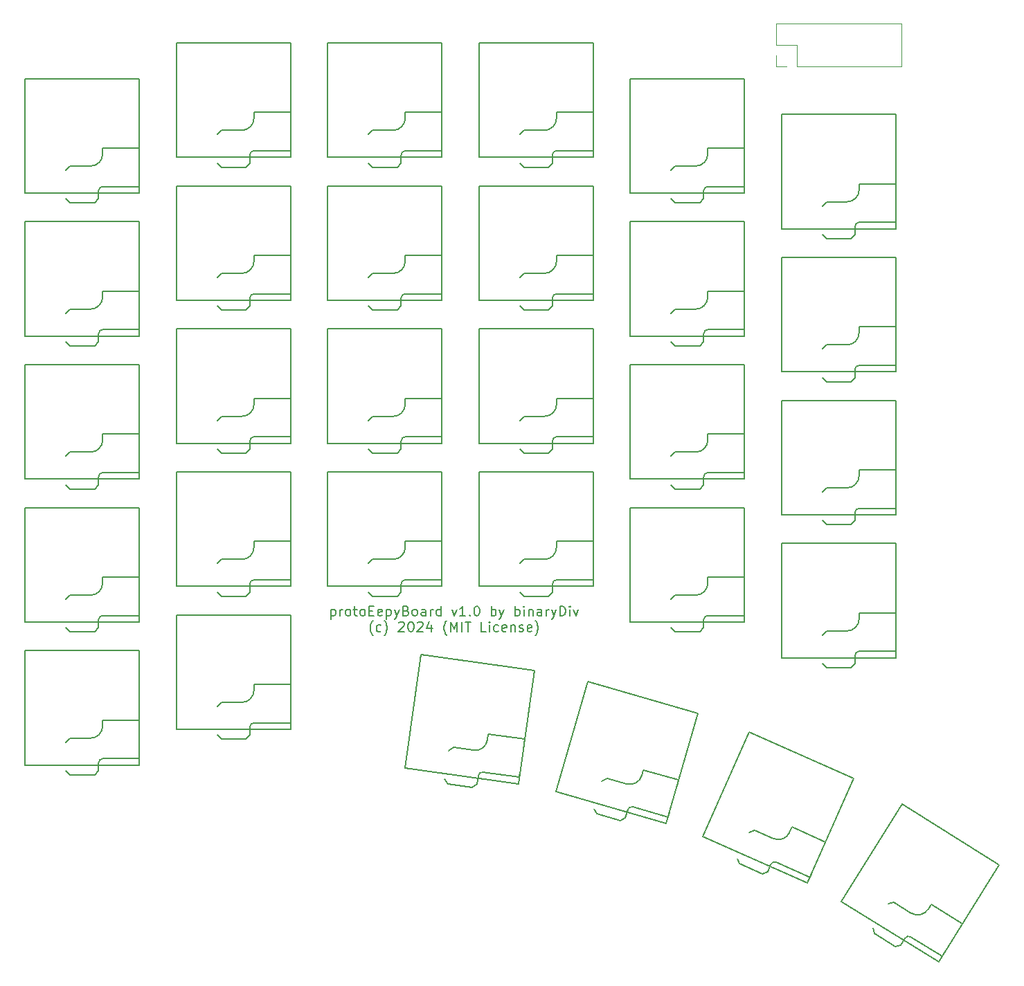
<source format=gbr>
%TF.GenerationSoftware,KiCad,Pcbnew,8.0.3*%
%TF.CreationDate,2024-06-13T00:20:47+02:00*%
%TF.ProjectId,protoeepyboard,70726f74-6f65-4657-9079-626f6172642e,1.0*%
%TF.SameCoordinates,Original*%
%TF.FileFunction,Legend,Top*%
%TF.FilePolarity,Positive*%
%FSLAX46Y46*%
G04 Gerber Fmt 4.6, Leading zero omitted, Abs format (unit mm)*
G04 Created by KiCad (PCBNEW 8.0.3) date 2024-06-13 00:20:47*
%MOMM*%
%LPD*%
G01*
G04 APERTURE LIST*
%ADD10C,0.187500*%
%ADD11C,0.150000*%
%ADD12C,0.120000*%
G04 APERTURE END LIST*
D10*
X120442858Y-133847392D02*
X120442858Y-135047392D01*
X120442858Y-133904535D02*
X120557144Y-133847392D01*
X120557144Y-133847392D02*
X120785715Y-133847392D01*
X120785715Y-133847392D02*
X120900001Y-133904535D01*
X120900001Y-133904535D02*
X120957144Y-133961678D01*
X120957144Y-133961678D02*
X121014286Y-134075964D01*
X121014286Y-134075964D02*
X121014286Y-134418821D01*
X121014286Y-134418821D02*
X120957144Y-134533107D01*
X120957144Y-134533107D02*
X120900001Y-134590250D01*
X120900001Y-134590250D02*
X120785715Y-134647392D01*
X120785715Y-134647392D02*
X120557144Y-134647392D01*
X120557144Y-134647392D02*
X120442858Y-134590250D01*
X121528572Y-134647392D02*
X121528572Y-133847392D01*
X121528572Y-134075964D02*
X121585715Y-133961678D01*
X121585715Y-133961678D02*
X121642858Y-133904535D01*
X121642858Y-133904535D02*
X121757143Y-133847392D01*
X121757143Y-133847392D02*
X121871429Y-133847392D01*
X122442857Y-134647392D02*
X122328572Y-134590250D01*
X122328572Y-134590250D02*
X122271429Y-134533107D01*
X122271429Y-134533107D02*
X122214286Y-134418821D01*
X122214286Y-134418821D02*
X122214286Y-134075964D01*
X122214286Y-134075964D02*
X122271429Y-133961678D01*
X122271429Y-133961678D02*
X122328572Y-133904535D01*
X122328572Y-133904535D02*
X122442857Y-133847392D01*
X122442857Y-133847392D02*
X122614286Y-133847392D01*
X122614286Y-133847392D02*
X122728572Y-133904535D01*
X122728572Y-133904535D02*
X122785715Y-133961678D01*
X122785715Y-133961678D02*
X122842857Y-134075964D01*
X122842857Y-134075964D02*
X122842857Y-134418821D01*
X122842857Y-134418821D02*
X122785715Y-134533107D01*
X122785715Y-134533107D02*
X122728572Y-134590250D01*
X122728572Y-134590250D02*
X122614286Y-134647392D01*
X122614286Y-134647392D02*
X122442857Y-134647392D01*
X123185714Y-133847392D02*
X123642857Y-133847392D01*
X123357143Y-133447392D02*
X123357143Y-134475964D01*
X123357143Y-134475964D02*
X123414286Y-134590250D01*
X123414286Y-134590250D02*
X123528571Y-134647392D01*
X123528571Y-134647392D02*
X123642857Y-134647392D01*
X124214285Y-134647392D02*
X124100000Y-134590250D01*
X124100000Y-134590250D02*
X124042857Y-134533107D01*
X124042857Y-134533107D02*
X123985714Y-134418821D01*
X123985714Y-134418821D02*
X123985714Y-134075964D01*
X123985714Y-134075964D02*
X124042857Y-133961678D01*
X124042857Y-133961678D02*
X124100000Y-133904535D01*
X124100000Y-133904535D02*
X124214285Y-133847392D01*
X124214285Y-133847392D02*
X124385714Y-133847392D01*
X124385714Y-133847392D02*
X124500000Y-133904535D01*
X124500000Y-133904535D02*
X124557143Y-133961678D01*
X124557143Y-133961678D02*
X124614285Y-134075964D01*
X124614285Y-134075964D02*
X124614285Y-134418821D01*
X124614285Y-134418821D02*
X124557143Y-134533107D01*
X124557143Y-134533107D02*
X124500000Y-134590250D01*
X124500000Y-134590250D02*
X124385714Y-134647392D01*
X124385714Y-134647392D02*
X124214285Y-134647392D01*
X125128571Y-134018821D02*
X125528571Y-134018821D01*
X125699999Y-134647392D02*
X125128571Y-134647392D01*
X125128571Y-134647392D02*
X125128571Y-133447392D01*
X125128571Y-133447392D02*
X125699999Y-133447392D01*
X126671428Y-134590250D02*
X126557142Y-134647392D01*
X126557142Y-134647392D02*
X126328571Y-134647392D01*
X126328571Y-134647392D02*
X126214285Y-134590250D01*
X126214285Y-134590250D02*
X126157142Y-134475964D01*
X126157142Y-134475964D02*
X126157142Y-134018821D01*
X126157142Y-134018821D02*
X126214285Y-133904535D01*
X126214285Y-133904535D02*
X126328571Y-133847392D01*
X126328571Y-133847392D02*
X126557142Y-133847392D01*
X126557142Y-133847392D02*
X126671428Y-133904535D01*
X126671428Y-133904535D02*
X126728571Y-134018821D01*
X126728571Y-134018821D02*
X126728571Y-134133107D01*
X126728571Y-134133107D02*
X126157142Y-134247392D01*
X127242856Y-133847392D02*
X127242856Y-135047392D01*
X127242856Y-133904535D02*
X127357142Y-133847392D01*
X127357142Y-133847392D02*
X127585713Y-133847392D01*
X127585713Y-133847392D02*
X127699999Y-133904535D01*
X127699999Y-133904535D02*
X127757142Y-133961678D01*
X127757142Y-133961678D02*
X127814284Y-134075964D01*
X127814284Y-134075964D02*
X127814284Y-134418821D01*
X127814284Y-134418821D02*
X127757142Y-134533107D01*
X127757142Y-134533107D02*
X127699999Y-134590250D01*
X127699999Y-134590250D02*
X127585713Y-134647392D01*
X127585713Y-134647392D02*
X127357142Y-134647392D01*
X127357142Y-134647392D02*
X127242856Y-134590250D01*
X128214284Y-133847392D02*
X128499998Y-134647392D01*
X128785713Y-133847392D02*
X128499998Y-134647392D01*
X128499998Y-134647392D02*
X128385713Y-134933107D01*
X128385713Y-134933107D02*
X128328570Y-134990250D01*
X128328570Y-134990250D02*
X128214284Y-135047392D01*
X129642856Y-134018821D02*
X129814284Y-134075964D01*
X129814284Y-134075964D02*
X129871427Y-134133107D01*
X129871427Y-134133107D02*
X129928570Y-134247392D01*
X129928570Y-134247392D02*
X129928570Y-134418821D01*
X129928570Y-134418821D02*
X129871427Y-134533107D01*
X129871427Y-134533107D02*
X129814284Y-134590250D01*
X129814284Y-134590250D02*
X129699999Y-134647392D01*
X129699999Y-134647392D02*
X129242856Y-134647392D01*
X129242856Y-134647392D02*
X129242856Y-133447392D01*
X129242856Y-133447392D02*
X129642856Y-133447392D01*
X129642856Y-133447392D02*
X129757142Y-133504535D01*
X129757142Y-133504535D02*
X129814284Y-133561678D01*
X129814284Y-133561678D02*
X129871427Y-133675964D01*
X129871427Y-133675964D02*
X129871427Y-133790250D01*
X129871427Y-133790250D02*
X129814284Y-133904535D01*
X129814284Y-133904535D02*
X129757142Y-133961678D01*
X129757142Y-133961678D02*
X129642856Y-134018821D01*
X129642856Y-134018821D02*
X129242856Y-134018821D01*
X130614284Y-134647392D02*
X130499999Y-134590250D01*
X130499999Y-134590250D02*
X130442856Y-134533107D01*
X130442856Y-134533107D02*
X130385713Y-134418821D01*
X130385713Y-134418821D02*
X130385713Y-134075964D01*
X130385713Y-134075964D02*
X130442856Y-133961678D01*
X130442856Y-133961678D02*
X130499999Y-133904535D01*
X130499999Y-133904535D02*
X130614284Y-133847392D01*
X130614284Y-133847392D02*
X130785713Y-133847392D01*
X130785713Y-133847392D02*
X130899999Y-133904535D01*
X130899999Y-133904535D02*
X130957142Y-133961678D01*
X130957142Y-133961678D02*
X131014284Y-134075964D01*
X131014284Y-134075964D02*
X131014284Y-134418821D01*
X131014284Y-134418821D02*
X130957142Y-134533107D01*
X130957142Y-134533107D02*
X130899999Y-134590250D01*
X130899999Y-134590250D02*
X130785713Y-134647392D01*
X130785713Y-134647392D02*
X130614284Y-134647392D01*
X132042856Y-134647392D02*
X132042856Y-134018821D01*
X132042856Y-134018821D02*
X131985713Y-133904535D01*
X131985713Y-133904535D02*
X131871427Y-133847392D01*
X131871427Y-133847392D02*
X131642856Y-133847392D01*
X131642856Y-133847392D02*
X131528570Y-133904535D01*
X132042856Y-134590250D02*
X131928570Y-134647392D01*
X131928570Y-134647392D02*
X131642856Y-134647392D01*
X131642856Y-134647392D02*
X131528570Y-134590250D01*
X131528570Y-134590250D02*
X131471427Y-134475964D01*
X131471427Y-134475964D02*
X131471427Y-134361678D01*
X131471427Y-134361678D02*
X131528570Y-134247392D01*
X131528570Y-134247392D02*
X131642856Y-134190250D01*
X131642856Y-134190250D02*
X131928570Y-134190250D01*
X131928570Y-134190250D02*
X132042856Y-134133107D01*
X132614284Y-134647392D02*
X132614284Y-133847392D01*
X132614284Y-134075964D02*
X132671427Y-133961678D01*
X132671427Y-133961678D02*
X132728570Y-133904535D01*
X132728570Y-133904535D02*
X132842855Y-133847392D01*
X132842855Y-133847392D02*
X132957141Y-133847392D01*
X133871427Y-134647392D02*
X133871427Y-133447392D01*
X133871427Y-134590250D02*
X133757141Y-134647392D01*
X133757141Y-134647392D02*
X133528569Y-134647392D01*
X133528569Y-134647392D02*
X133414284Y-134590250D01*
X133414284Y-134590250D02*
X133357141Y-134533107D01*
X133357141Y-134533107D02*
X133299998Y-134418821D01*
X133299998Y-134418821D02*
X133299998Y-134075964D01*
X133299998Y-134075964D02*
X133357141Y-133961678D01*
X133357141Y-133961678D02*
X133414284Y-133904535D01*
X133414284Y-133904535D02*
X133528569Y-133847392D01*
X133528569Y-133847392D02*
X133757141Y-133847392D01*
X133757141Y-133847392D02*
X133871427Y-133904535D01*
X135242855Y-133847392D02*
X135528569Y-134647392D01*
X135528569Y-134647392D02*
X135814284Y-133847392D01*
X136899998Y-134647392D02*
X136214284Y-134647392D01*
X136557141Y-134647392D02*
X136557141Y-133447392D01*
X136557141Y-133447392D02*
X136442855Y-133618821D01*
X136442855Y-133618821D02*
X136328570Y-133733107D01*
X136328570Y-133733107D02*
X136214284Y-133790250D01*
X137414284Y-134533107D02*
X137471427Y-134590250D01*
X137471427Y-134590250D02*
X137414284Y-134647392D01*
X137414284Y-134647392D02*
X137357141Y-134590250D01*
X137357141Y-134590250D02*
X137414284Y-134533107D01*
X137414284Y-134533107D02*
X137414284Y-134647392D01*
X138214284Y-133447392D02*
X138328570Y-133447392D01*
X138328570Y-133447392D02*
X138442856Y-133504535D01*
X138442856Y-133504535D02*
X138499999Y-133561678D01*
X138499999Y-133561678D02*
X138557141Y-133675964D01*
X138557141Y-133675964D02*
X138614284Y-133904535D01*
X138614284Y-133904535D02*
X138614284Y-134190250D01*
X138614284Y-134190250D02*
X138557141Y-134418821D01*
X138557141Y-134418821D02*
X138499999Y-134533107D01*
X138499999Y-134533107D02*
X138442856Y-134590250D01*
X138442856Y-134590250D02*
X138328570Y-134647392D01*
X138328570Y-134647392D02*
X138214284Y-134647392D01*
X138214284Y-134647392D02*
X138099999Y-134590250D01*
X138099999Y-134590250D02*
X138042856Y-134533107D01*
X138042856Y-134533107D02*
X137985713Y-134418821D01*
X137985713Y-134418821D02*
X137928570Y-134190250D01*
X137928570Y-134190250D02*
X137928570Y-133904535D01*
X137928570Y-133904535D02*
X137985713Y-133675964D01*
X137985713Y-133675964D02*
X138042856Y-133561678D01*
X138042856Y-133561678D02*
X138099999Y-133504535D01*
X138099999Y-133504535D02*
X138214284Y-133447392D01*
X140042856Y-134647392D02*
X140042856Y-133447392D01*
X140042856Y-133904535D02*
X140157142Y-133847392D01*
X140157142Y-133847392D02*
X140385713Y-133847392D01*
X140385713Y-133847392D02*
X140499999Y-133904535D01*
X140499999Y-133904535D02*
X140557142Y-133961678D01*
X140557142Y-133961678D02*
X140614284Y-134075964D01*
X140614284Y-134075964D02*
X140614284Y-134418821D01*
X140614284Y-134418821D02*
X140557142Y-134533107D01*
X140557142Y-134533107D02*
X140499999Y-134590250D01*
X140499999Y-134590250D02*
X140385713Y-134647392D01*
X140385713Y-134647392D02*
X140157142Y-134647392D01*
X140157142Y-134647392D02*
X140042856Y-134590250D01*
X141014284Y-133847392D02*
X141299998Y-134647392D01*
X141585713Y-133847392D02*
X141299998Y-134647392D01*
X141299998Y-134647392D02*
X141185713Y-134933107D01*
X141185713Y-134933107D02*
X141128570Y-134990250D01*
X141128570Y-134990250D02*
X141014284Y-135047392D01*
X142957142Y-134647392D02*
X142957142Y-133447392D01*
X142957142Y-133904535D02*
X143071428Y-133847392D01*
X143071428Y-133847392D02*
X143299999Y-133847392D01*
X143299999Y-133847392D02*
X143414285Y-133904535D01*
X143414285Y-133904535D02*
X143471428Y-133961678D01*
X143471428Y-133961678D02*
X143528570Y-134075964D01*
X143528570Y-134075964D02*
X143528570Y-134418821D01*
X143528570Y-134418821D02*
X143471428Y-134533107D01*
X143471428Y-134533107D02*
X143414285Y-134590250D01*
X143414285Y-134590250D02*
X143299999Y-134647392D01*
X143299999Y-134647392D02*
X143071428Y-134647392D01*
X143071428Y-134647392D02*
X142957142Y-134590250D01*
X144042856Y-134647392D02*
X144042856Y-133847392D01*
X144042856Y-133447392D02*
X143985713Y-133504535D01*
X143985713Y-133504535D02*
X144042856Y-133561678D01*
X144042856Y-133561678D02*
X144099999Y-133504535D01*
X144099999Y-133504535D02*
X144042856Y-133447392D01*
X144042856Y-133447392D02*
X144042856Y-133561678D01*
X144614285Y-133847392D02*
X144614285Y-134647392D01*
X144614285Y-133961678D02*
X144671428Y-133904535D01*
X144671428Y-133904535D02*
X144785713Y-133847392D01*
X144785713Y-133847392D02*
X144957142Y-133847392D01*
X144957142Y-133847392D02*
X145071428Y-133904535D01*
X145071428Y-133904535D02*
X145128571Y-134018821D01*
X145128571Y-134018821D02*
X145128571Y-134647392D01*
X146214285Y-134647392D02*
X146214285Y-134018821D01*
X146214285Y-134018821D02*
X146157142Y-133904535D01*
X146157142Y-133904535D02*
X146042856Y-133847392D01*
X146042856Y-133847392D02*
X145814285Y-133847392D01*
X145814285Y-133847392D02*
X145699999Y-133904535D01*
X146214285Y-134590250D02*
X146099999Y-134647392D01*
X146099999Y-134647392D02*
X145814285Y-134647392D01*
X145814285Y-134647392D02*
X145699999Y-134590250D01*
X145699999Y-134590250D02*
X145642856Y-134475964D01*
X145642856Y-134475964D02*
X145642856Y-134361678D01*
X145642856Y-134361678D02*
X145699999Y-134247392D01*
X145699999Y-134247392D02*
X145814285Y-134190250D01*
X145814285Y-134190250D02*
X146099999Y-134190250D01*
X146099999Y-134190250D02*
X146214285Y-134133107D01*
X146785713Y-134647392D02*
X146785713Y-133847392D01*
X146785713Y-134075964D02*
X146842856Y-133961678D01*
X146842856Y-133961678D02*
X146899999Y-133904535D01*
X146899999Y-133904535D02*
X147014284Y-133847392D01*
X147014284Y-133847392D02*
X147128570Y-133847392D01*
X147414284Y-133847392D02*
X147699998Y-134647392D01*
X147985713Y-133847392D02*
X147699998Y-134647392D01*
X147699998Y-134647392D02*
X147585713Y-134933107D01*
X147585713Y-134933107D02*
X147528570Y-134990250D01*
X147528570Y-134990250D02*
X147414284Y-135047392D01*
X148442856Y-134647392D02*
X148442856Y-133447392D01*
X148442856Y-133447392D02*
X148728570Y-133447392D01*
X148728570Y-133447392D02*
X148899999Y-133504535D01*
X148899999Y-133504535D02*
X149014284Y-133618821D01*
X149014284Y-133618821D02*
X149071427Y-133733107D01*
X149071427Y-133733107D02*
X149128570Y-133961678D01*
X149128570Y-133961678D02*
X149128570Y-134133107D01*
X149128570Y-134133107D02*
X149071427Y-134361678D01*
X149071427Y-134361678D02*
X149014284Y-134475964D01*
X149014284Y-134475964D02*
X148899999Y-134590250D01*
X148899999Y-134590250D02*
X148728570Y-134647392D01*
X148728570Y-134647392D02*
X148442856Y-134647392D01*
X149642856Y-134647392D02*
X149642856Y-133847392D01*
X149642856Y-133447392D02*
X149585713Y-133504535D01*
X149585713Y-133504535D02*
X149642856Y-133561678D01*
X149642856Y-133561678D02*
X149699999Y-133504535D01*
X149699999Y-133504535D02*
X149642856Y-133447392D01*
X149642856Y-133447392D02*
X149642856Y-133561678D01*
X150099999Y-133847392D02*
X150385713Y-134647392D01*
X150385713Y-134647392D02*
X150671428Y-133847392D01*
X125585714Y-137036468D02*
X125528571Y-136979325D01*
X125528571Y-136979325D02*
X125414285Y-136807897D01*
X125414285Y-136807897D02*
X125357143Y-136693611D01*
X125357143Y-136693611D02*
X125300000Y-136522183D01*
X125300000Y-136522183D02*
X125242857Y-136236468D01*
X125242857Y-136236468D02*
X125242857Y-136007897D01*
X125242857Y-136007897D02*
X125300000Y-135722183D01*
X125300000Y-135722183D02*
X125357143Y-135550754D01*
X125357143Y-135550754D02*
X125414285Y-135436468D01*
X125414285Y-135436468D02*
X125528571Y-135265040D01*
X125528571Y-135265040D02*
X125585714Y-135207897D01*
X126557143Y-136522183D02*
X126442857Y-136579325D01*
X126442857Y-136579325D02*
X126214285Y-136579325D01*
X126214285Y-136579325D02*
X126100000Y-136522183D01*
X126100000Y-136522183D02*
X126042857Y-136465040D01*
X126042857Y-136465040D02*
X125985714Y-136350754D01*
X125985714Y-136350754D02*
X125985714Y-136007897D01*
X125985714Y-136007897D02*
X126042857Y-135893611D01*
X126042857Y-135893611D02*
X126100000Y-135836468D01*
X126100000Y-135836468D02*
X126214285Y-135779325D01*
X126214285Y-135779325D02*
X126442857Y-135779325D01*
X126442857Y-135779325D02*
X126557143Y-135836468D01*
X126957142Y-137036468D02*
X127014285Y-136979325D01*
X127014285Y-136979325D02*
X127128571Y-136807897D01*
X127128571Y-136807897D02*
X127185714Y-136693611D01*
X127185714Y-136693611D02*
X127242856Y-136522183D01*
X127242856Y-136522183D02*
X127299999Y-136236468D01*
X127299999Y-136236468D02*
X127299999Y-136007897D01*
X127299999Y-136007897D02*
X127242856Y-135722183D01*
X127242856Y-135722183D02*
X127185714Y-135550754D01*
X127185714Y-135550754D02*
X127128571Y-135436468D01*
X127128571Y-135436468D02*
X127014285Y-135265040D01*
X127014285Y-135265040D02*
X126957142Y-135207897D01*
X128728571Y-135493611D02*
X128785714Y-135436468D01*
X128785714Y-135436468D02*
X128900000Y-135379325D01*
X128900000Y-135379325D02*
X129185714Y-135379325D01*
X129185714Y-135379325D02*
X129300000Y-135436468D01*
X129300000Y-135436468D02*
X129357142Y-135493611D01*
X129357142Y-135493611D02*
X129414285Y-135607897D01*
X129414285Y-135607897D02*
X129414285Y-135722183D01*
X129414285Y-135722183D02*
X129357142Y-135893611D01*
X129357142Y-135893611D02*
X128671428Y-136579325D01*
X128671428Y-136579325D02*
X129414285Y-136579325D01*
X130157142Y-135379325D02*
X130271428Y-135379325D01*
X130271428Y-135379325D02*
X130385714Y-135436468D01*
X130385714Y-135436468D02*
X130442857Y-135493611D01*
X130442857Y-135493611D02*
X130499999Y-135607897D01*
X130499999Y-135607897D02*
X130557142Y-135836468D01*
X130557142Y-135836468D02*
X130557142Y-136122183D01*
X130557142Y-136122183D02*
X130499999Y-136350754D01*
X130499999Y-136350754D02*
X130442857Y-136465040D01*
X130442857Y-136465040D02*
X130385714Y-136522183D01*
X130385714Y-136522183D02*
X130271428Y-136579325D01*
X130271428Y-136579325D02*
X130157142Y-136579325D01*
X130157142Y-136579325D02*
X130042857Y-136522183D01*
X130042857Y-136522183D02*
X129985714Y-136465040D01*
X129985714Y-136465040D02*
X129928571Y-136350754D01*
X129928571Y-136350754D02*
X129871428Y-136122183D01*
X129871428Y-136122183D02*
X129871428Y-135836468D01*
X129871428Y-135836468D02*
X129928571Y-135607897D01*
X129928571Y-135607897D02*
X129985714Y-135493611D01*
X129985714Y-135493611D02*
X130042857Y-135436468D01*
X130042857Y-135436468D02*
X130157142Y-135379325D01*
X131014285Y-135493611D02*
X131071428Y-135436468D01*
X131071428Y-135436468D02*
X131185714Y-135379325D01*
X131185714Y-135379325D02*
X131471428Y-135379325D01*
X131471428Y-135379325D02*
X131585714Y-135436468D01*
X131585714Y-135436468D02*
X131642856Y-135493611D01*
X131642856Y-135493611D02*
X131699999Y-135607897D01*
X131699999Y-135607897D02*
X131699999Y-135722183D01*
X131699999Y-135722183D02*
X131642856Y-135893611D01*
X131642856Y-135893611D02*
X130957142Y-136579325D01*
X130957142Y-136579325D02*
X131699999Y-136579325D01*
X132728571Y-135779325D02*
X132728571Y-136579325D01*
X132442856Y-135322183D02*
X132157142Y-136179325D01*
X132157142Y-136179325D02*
X132899999Y-136179325D01*
X134614285Y-137036468D02*
X134557142Y-136979325D01*
X134557142Y-136979325D02*
X134442856Y-136807897D01*
X134442856Y-136807897D02*
X134385714Y-136693611D01*
X134385714Y-136693611D02*
X134328571Y-136522183D01*
X134328571Y-136522183D02*
X134271428Y-136236468D01*
X134271428Y-136236468D02*
X134271428Y-136007897D01*
X134271428Y-136007897D02*
X134328571Y-135722183D01*
X134328571Y-135722183D02*
X134385714Y-135550754D01*
X134385714Y-135550754D02*
X134442856Y-135436468D01*
X134442856Y-135436468D02*
X134557142Y-135265040D01*
X134557142Y-135265040D02*
X134614285Y-135207897D01*
X135071428Y-136579325D02*
X135071428Y-135379325D01*
X135071428Y-135379325D02*
X135471428Y-136236468D01*
X135471428Y-136236468D02*
X135871428Y-135379325D01*
X135871428Y-135379325D02*
X135871428Y-136579325D01*
X136442857Y-136579325D02*
X136442857Y-135379325D01*
X136842857Y-135379325D02*
X137528572Y-135379325D01*
X137185714Y-136579325D02*
X137185714Y-135379325D01*
X139414286Y-136579325D02*
X138842858Y-136579325D01*
X138842858Y-136579325D02*
X138842858Y-135379325D01*
X139814287Y-136579325D02*
X139814287Y-135779325D01*
X139814287Y-135379325D02*
X139757144Y-135436468D01*
X139757144Y-135436468D02*
X139814287Y-135493611D01*
X139814287Y-135493611D02*
X139871430Y-135436468D01*
X139871430Y-135436468D02*
X139814287Y-135379325D01*
X139814287Y-135379325D02*
X139814287Y-135493611D01*
X140900002Y-136522183D02*
X140785716Y-136579325D01*
X140785716Y-136579325D02*
X140557144Y-136579325D01*
X140557144Y-136579325D02*
X140442859Y-136522183D01*
X140442859Y-136522183D02*
X140385716Y-136465040D01*
X140385716Y-136465040D02*
X140328573Y-136350754D01*
X140328573Y-136350754D02*
X140328573Y-136007897D01*
X140328573Y-136007897D02*
X140385716Y-135893611D01*
X140385716Y-135893611D02*
X140442859Y-135836468D01*
X140442859Y-135836468D02*
X140557144Y-135779325D01*
X140557144Y-135779325D02*
X140785716Y-135779325D01*
X140785716Y-135779325D02*
X140900002Y-135836468D01*
X141871430Y-136522183D02*
X141757144Y-136579325D01*
X141757144Y-136579325D02*
X141528573Y-136579325D01*
X141528573Y-136579325D02*
X141414287Y-136522183D01*
X141414287Y-136522183D02*
X141357144Y-136407897D01*
X141357144Y-136407897D02*
X141357144Y-135950754D01*
X141357144Y-135950754D02*
X141414287Y-135836468D01*
X141414287Y-135836468D02*
X141528573Y-135779325D01*
X141528573Y-135779325D02*
X141757144Y-135779325D01*
X141757144Y-135779325D02*
X141871430Y-135836468D01*
X141871430Y-135836468D02*
X141928573Y-135950754D01*
X141928573Y-135950754D02*
X141928573Y-136065040D01*
X141928573Y-136065040D02*
X141357144Y-136179325D01*
X142442858Y-135779325D02*
X142442858Y-136579325D01*
X142442858Y-135893611D02*
X142500001Y-135836468D01*
X142500001Y-135836468D02*
X142614286Y-135779325D01*
X142614286Y-135779325D02*
X142785715Y-135779325D01*
X142785715Y-135779325D02*
X142900001Y-135836468D01*
X142900001Y-135836468D02*
X142957144Y-135950754D01*
X142957144Y-135950754D02*
X142957144Y-136579325D01*
X143471429Y-136522183D02*
X143585715Y-136579325D01*
X143585715Y-136579325D02*
X143814286Y-136579325D01*
X143814286Y-136579325D02*
X143928572Y-136522183D01*
X143928572Y-136522183D02*
X143985715Y-136407897D01*
X143985715Y-136407897D02*
X143985715Y-136350754D01*
X143985715Y-136350754D02*
X143928572Y-136236468D01*
X143928572Y-136236468D02*
X143814286Y-136179325D01*
X143814286Y-136179325D02*
X143642858Y-136179325D01*
X143642858Y-136179325D02*
X143528572Y-136122183D01*
X143528572Y-136122183D02*
X143471429Y-136007897D01*
X143471429Y-136007897D02*
X143471429Y-135950754D01*
X143471429Y-135950754D02*
X143528572Y-135836468D01*
X143528572Y-135836468D02*
X143642858Y-135779325D01*
X143642858Y-135779325D02*
X143814286Y-135779325D01*
X143814286Y-135779325D02*
X143928572Y-135836468D01*
X144957144Y-136522183D02*
X144842858Y-136579325D01*
X144842858Y-136579325D02*
X144614287Y-136579325D01*
X144614287Y-136579325D02*
X144500001Y-136522183D01*
X144500001Y-136522183D02*
X144442858Y-136407897D01*
X144442858Y-136407897D02*
X144442858Y-135950754D01*
X144442858Y-135950754D02*
X144500001Y-135836468D01*
X144500001Y-135836468D02*
X144614287Y-135779325D01*
X144614287Y-135779325D02*
X144842858Y-135779325D01*
X144842858Y-135779325D02*
X144957144Y-135836468D01*
X144957144Y-135836468D02*
X145014287Y-135950754D01*
X145014287Y-135950754D02*
X145014287Y-136065040D01*
X145014287Y-136065040D02*
X144442858Y-136179325D01*
X145414286Y-137036468D02*
X145471429Y-136979325D01*
X145471429Y-136979325D02*
X145585715Y-136807897D01*
X145585715Y-136807897D02*
X145642858Y-136693611D01*
X145642858Y-136693611D02*
X145700000Y-136522183D01*
X145700000Y-136522183D02*
X145757143Y-136236468D01*
X145757143Y-136236468D02*
X145757143Y-136007897D01*
X145757143Y-136007897D02*
X145700000Y-135722183D01*
X145700000Y-135722183D02*
X145642858Y-135550754D01*
X145642858Y-135550754D02*
X145585715Y-135436468D01*
X145585715Y-135436468D02*
X145471429Y-135265040D01*
X145471429Y-135265040D02*
X145414286Y-135207897D01*
D11*
%TO.C,S24*%
X185025484Y-117490165D02*
G75*
G02*
X183525484Y-118990165I-1500001J1D01*
G01*
X184525484Y-121990165D02*
G75*
G02*
X185025484Y-121490167I500001J-3D01*
G01*
X189525484Y-122290165D02*
X175525484Y-122290165D01*
X189525484Y-121490165D02*
X185025484Y-121490165D01*
X189525484Y-120890165D02*
X189525484Y-121490165D01*
X189525484Y-116790165D02*
X189525484Y-117290165D01*
X189525484Y-108290165D02*
X189525484Y-122290165D01*
X185025484Y-117490165D02*
X185025484Y-116790164D01*
X185025484Y-116790164D02*
X189525484Y-116790165D01*
X184525484Y-121990165D02*
X184525484Y-122990165D01*
X184025484Y-123490168D02*
X184525484Y-122990165D01*
X181025484Y-123490165D02*
X184025484Y-123490168D01*
X181025484Y-118990165D02*
X183525484Y-118990165D01*
X180525484Y-122990165D02*
X181025484Y-123490165D01*
X180525485Y-119490165D02*
X181025484Y-118990165D01*
X175525484Y-122290165D02*
X175525484Y-108290165D01*
X175525484Y-108290165D02*
X189525484Y-108290165D01*
%TO.C,S13*%
X129525479Y-91240168D02*
G75*
G02*
X128025479Y-92740168I-1500001J1D01*
G01*
X129025479Y-95740168D02*
G75*
G02*
X129525479Y-95240170I500001J-3D01*
G01*
X134025479Y-96040168D02*
X120025479Y-96040168D01*
X134025479Y-95240168D02*
X129525479Y-95240168D01*
X134025479Y-94640168D02*
X134025479Y-95240168D01*
X134025479Y-90540168D02*
X134025479Y-91040168D01*
X134025479Y-82040168D02*
X134025479Y-96040168D01*
X129525479Y-91240168D02*
X129525479Y-90540167D01*
X129525479Y-90540167D02*
X134025479Y-90540168D01*
X129025479Y-95740168D02*
X129025479Y-96740168D01*
X128525479Y-97240171D02*
X129025479Y-96740168D01*
X125525479Y-97240168D02*
X128525479Y-97240171D01*
X125525479Y-92740168D02*
X128025479Y-92740168D01*
X125025479Y-96740168D02*
X125525479Y-97240168D01*
X125025480Y-93240168D02*
X125525479Y-92740168D01*
X120025479Y-96040168D02*
X120025479Y-82040168D01*
X120025479Y-82040168D02*
X134025479Y-82040168D01*
%TO.C,S26*%
X185025483Y-82490161D02*
G75*
G02*
X183525483Y-83990161I-1500001J1D01*
G01*
X184525483Y-86990161D02*
G75*
G02*
X185025483Y-86490163I500001J-3D01*
G01*
X189525483Y-87290161D02*
X175525483Y-87290161D01*
X189525483Y-86490161D02*
X185025483Y-86490161D01*
X189525483Y-85890161D02*
X189525483Y-86490161D01*
X189525483Y-81790161D02*
X189525483Y-82290161D01*
X189525483Y-73290161D02*
X189525483Y-87290161D01*
X185025483Y-82490161D02*
X185025483Y-81790160D01*
X185025483Y-81790160D02*
X189525483Y-81790161D01*
X184525483Y-86990161D02*
X184525483Y-87990161D01*
X184025483Y-88490164D02*
X184525483Y-87990161D01*
X181025483Y-88490161D02*
X184025483Y-88490164D01*
X181025483Y-83990161D02*
X183525483Y-83990161D01*
X180525483Y-87990161D02*
X181025483Y-88490161D01*
X180525484Y-84490161D02*
X181025483Y-83990161D01*
X175525483Y-87290161D02*
X175525483Y-73290161D01*
X175525483Y-73290161D02*
X189525483Y-73290161D01*
%TO.C,S14*%
X129525485Y-73740169D02*
G75*
G02*
X128025485Y-75240169I-1500001J1D01*
G01*
X129025485Y-78240169D02*
G75*
G02*
X129525485Y-77740171I500001J-3D01*
G01*
X134025485Y-78540169D02*
X120025485Y-78540169D01*
X134025485Y-77740169D02*
X129525485Y-77740169D01*
X134025485Y-77140169D02*
X134025485Y-77740169D01*
X134025485Y-73040169D02*
X134025485Y-73540169D01*
X134025485Y-64540169D02*
X134025485Y-78540169D01*
X129525485Y-73740169D02*
X129525485Y-73040168D01*
X129525485Y-73040168D02*
X134025485Y-73040169D01*
X129025485Y-78240169D02*
X129025485Y-79240169D01*
X128525485Y-79740172D02*
X129025485Y-79240169D01*
X125525485Y-79740169D02*
X128525485Y-79740172D01*
X125525485Y-75240169D02*
X128025485Y-75240169D01*
X125025485Y-79240169D02*
X125525485Y-79740169D01*
X125025486Y-75740169D02*
X125525485Y-75240169D01*
X120025485Y-78540169D02*
X120025485Y-64540169D01*
X120025485Y-64540169D02*
X134025485Y-64540169D01*
%TO.C,S17*%
X148025478Y-91240166D02*
G75*
G02*
X146525478Y-92740166I-1500001J1D01*
G01*
X147525478Y-95740166D02*
G75*
G02*
X148025478Y-95240168I500001J-3D01*
G01*
X152525478Y-96040166D02*
X138525478Y-96040166D01*
X152525478Y-95240166D02*
X148025478Y-95240166D01*
X152525478Y-94640166D02*
X152525478Y-95240166D01*
X152525478Y-90540166D02*
X152525478Y-91040166D01*
X152525478Y-82040166D02*
X152525478Y-96040166D01*
X148025478Y-91240166D02*
X148025478Y-90540165D01*
X148025478Y-90540165D02*
X152525478Y-90540166D01*
X147525478Y-95740166D02*
X147525478Y-96740166D01*
X147025478Y-97240169D02*
X147525478Y-96740166D01*
X144025478Y-97240166D02*
X147025478Y-97240169D01*
X144025478Y-92740166D02*
X146525478Y-92740166D01*
X143525478Y-96740166D02*
X144025478Y-97240166D01*
X143525479Y-93240166D02*
X144025478Y-92740166D01*
X138525478Y-96040166D02*
X138525478Y-82040166D01*
X138525478Y-82040166D02*
X152525478Y-82040166D01*
%TO.C,S20*%
X166525480Y-113115163D02*
G75*
G02*
X165025480Y-114615163I-1500001J1D01*
G01*
X166025480Y-117615163D02*
G75*
G02*
X166525480Y-117115165I500001J-3D01*
G01*
X171025480Y-117915163D02*
X157025480Y-117915163D01*
X171025480Y-117115163D02*
X166525480Y-117115163D01*
X171025480Y-116515163D02*
X171025480Y-117115163D01*
X171025480Y-112415163D02*
X171025480Y-112915163D01*
X171025480Y-103915163D02*
X171025480Y-117915163D01*
X166525480Y-113115163D02*
X166525480Y-112415162D01*
X166525480Y-112415162D02*
X171025480Y-112415163D01*
X166025480Y-117615163D02*
X166025480Y-118615163D01*
X165525480Y-119115166D02*
X166025480Y-118615163D01*
X162525480Y-119115163D02*
X165525480Y-119115166D01*
X162525480Y-114615163D02*
X165025480Y-114615163D01*
X162025480Y-118615163D02*
X162525480Y-119115163D01*
X162025481Y-115115163D02*
X162525480Y-114615163D01*
X157025480Y-117915163D02*
X157025480Y-103915163D01*
X157025480Y-103915163D02*
X171025480Y-103915163D01*
%TO.C,S23*%
X185025484Y-134990170D02*
G75*
G02*
X183525484Y-136490170I-1500001J1D01*
G01*
X184525484Y-139490170D02*
G75*
G02*
X185025484Y-138990172I500001J-3D01*
G01*
X189525484Y-139790170D02*
X175525484Y-139790170D01*
X189525484Y-138990170D02*
X185025484Y-138990170D01*
X189525484Y-138390170D02*
X189525484Y-138990170D01*
X189525484Y-134290170D02*
X189525484Y-134790170D01*
X189525484Y-125790170D02*
X189525484Y-139790170D01*
X185025484Y-134990170D02*
X185025484Y-134290169D01*
X185025484Y-134290169D02*
X189525484Y-134290170D01*
X184525484Y-139490170D02*
X184525484Y-140490170D01*
X184025484Y-140990173D02*
X184525484Y-140490170D01*
X181025484Y-140990170D02*
X184025484Y-140990173D01*
X181025484Y-136490170D02*
X183525484Y-136490170D01*
X180525484Y-140490170D02*
X181025484Y-140990170D01*
X180525485Y-136990170D02*
X181025484Y-136490170D01*
X175525484Y-139790170D02*
X175525484Y-125790170D01*
X175525484Y-125790170D02*
X189525484Y-125790170D01*
%TO.C,S25*%
X185025483Y-99990165D02*
G75*
G02*
X183525483Y-101490165I-1500001J1D01*
G01*
X184525483Y-104490165D02*
G75*
G02*
X185025483Y-103990167I500001J-3D01*
G01*
X189525483Y-104790165D02*
X175525483Y-104790165D01*
X189525483Y-103990165D02*
X185025483Y-103990165D01*
X189525483Y-103390165D02*
X189525483Y-103990165D01*
X189525483Y-99290165D02*
X189525483Y-99790165D01*
X189525483Y-90790165D02*
X189525483Y-104790165D01*
X185025483Y-99990165D02*
X185025483Y-99290164D01*
X185025483Y-99290164D02*
X189525483Y-99290165D01*
X184525483Y-104490165D02*
X184525483Y-105490165D01*
X184025483Y-105990168D02*
X184525483Y-105490165D01*
X181025483Y-105990165D02*
X184025483Y-105990168D01*
X181025483Y-101490165D02*
X183525483Y-101490165D01*
X180525483Y-105490165D02*
X181025483Y-105990165D01*
X180525484Y-101990165D02*
X181025483Y-101490165D01*
X175525483Y-104790165D02*
X175525483Y-90790165D01*
X175525483Y-90790165D02*
X189525483Y-90790165D01*
%TO.C,S18*%
X148025484Y-73740161D02*
G75*
G02*
X146525484Y-75240161I-1500001J1D01*
G01*
X147525484Y-78240161D02*
G75*
G02*
X148025484Y-77740163I500001J-3D01*
G01*
X152525484Y-78540161D02*
X138525484Y-78540161D01*
X152525484Y-77740161D02*
X148025484Y-77740161D01*
X152525484Y-77140161D02*
X152525484Y-77740161D01*
X152525484Y-73040161D02*
X152525484Y-73540161D01*
X152525484Y-64540161D02*
X152525484Y-78540161D01*
X148025484Y-73740161D02*
X148025484Y-73040160D01*
X148025484Y-73040160D02*
X152525484Y-73040161D01*
X147525484Y-78240161D02*
X147525484Y-79240161D01*
X147025484Y-79740164D02*
X147525484Y-79240161D01*
X144025484Y-79740161D02*
X147025484Y-79740164D01*
X144025484Y-75240161D02*
X146525484Y-75240161D01*
X143525484Y-79240161D02*
X144025484Y-79740161D01*
X143525485Y-75740161D02*
X144025484Y-75240161D01*
X138525484Y-78540161D02*
X138525484Y-64540161D01*
X138525484Y-64540161D02*
X152525484Y-64540161D01*
%TO.C,S7*%
X111025484Y-126240168D02*
G75*
G02*
X109525484Y-127740168I-1500001J1D01*
G01*
X110525484Y-130740168D02*
G75*
G02*
X111025484Y-130240170I500001J-3D01*
G01*
X115525484Y-131040168D02*
X101525484Y-131040168D01*
X115525484Y-130240168D02*
X111025484Y-130240168D01*
X115525484Y-129640168D02*
X115525484Y-130240168D01*
X115525484Y-125540168D02*
X115525484Y-126040168D01*
X115525484Y-117040168D02*
X115525484Y-131040168D01*
X111025484Y-126240168D02*
X111025484Y-125540167D01*
X111025484Y-125540167D02*
X115525484Y-125540168D01*
X110525484Y-130740168D02*
X110525484Y-131740168D01*
X110025484Y-132240171D02*
X110525484Y-131740168D01*
X107025484Y-132240168D02*
X110025484Y-132240171D01*
X107025484Y-127740168D02*
X109525484Y-127740168D01*
X106525484Y-131740168D02*
X107025484Y-132240168D01*
X106525485Y-128240168D02*
X107025484Y-127740168D01*
X101525484Y-131040168D02*
X101525484Y-117040168D01*
X101525484Y-117040168D02*
X115525484Y-117040168D01*
%TO.C,S1*%
X92525478Y-148115165D02*
G75*
G02*
X91025478Y-149615165I-1500001J1D01*
G01*
X92025478Y-152615165D02*
G75*
G02*
X92525478Y-152115167I500001J-3D01*
G01*
X97025478Y-152915165D02*
X83025478Y-152915165D01*
X97025478Y-152115165D02*
X92525478Y-152115165D01*
X97025478Y-151515165D02*
X97025478Y-152115165D01*
X97025478Y-147415165D02*
X97025478Y-147915165D01*
X97025478Y-138915165D02*
X97025478Y-152915165D01*
X92525478Y-148115165D02*
X92525478Y-147415164D01*
X92525478Y-147415164D02*
X97025478Y-147415165D01*
X92025478Y-152615165D02*
X92025478Y-153615165D01*
X91525478Y-154115168D02*
X92025478Y-153615165D01*
X88525478Y-154115165D02*
X91525478Y-154115168D01*
X88525478Y-149615165D02*
X91025478Y-149615165D01*
X88025478Y-153615165D02*
X88525478Y-154115165D01*
X88025479Y-150115165D02*
X88525478Y-149615165D01*
X83025478Y-152915165D02*
X83025478Y-138915165D01*
X83025478Y-138915165D02*
X97025478Y-138915165D01*
%TO.C,S8*%
X111025480Y-108740167D02*
G75*
G02*
X109525480Y-110240167I-1500001J1D01*
G01*
X110525480Y-113240167D02*
G75*
G02*
X111025480Y-112740169I500001J-3D01*
G01*
X115525480Y-113540167D02*
X101525480Y-113540167D01*
X115525480Y-112740167D02*
X111025480Y-112740167D01*
X115525480Y-112140167D02*
X115525480Y-112740167D01*
X115525480Y-108040167D02*
X115525480Y-108540167D01*
X115525480Y-99540167D02*
X115525480Y-113540167D01*
X111025480Y-108740167D02*
X111025480Y-108040166D01*
X111025480Y-108040166D02*
X115525480Y-108040167D01*
X110525480Y-113240167D02*
X110525480Y-114240167D01*
X110025480Y-114740170D02*
X110525480Y-114240167D01*
X107025480Y-114740167D02*
X110025480Y-114740170D01*
X107025480Y-110240167D02*
X109525480Y-110240167D01*
X106525480Y-114240167D02*
X107025480Y-114740167D01*
X106525481Y-110740167D02*
X107025480Y-110240167D01*
X101525480Y-113540167D02*
X101525480Y-99540167D01*
X101525480Y-99540167D02*
X115525480Y-99540167D01*
%TO.C,S15*%
X148025482Y-126240168D02*
G75*
G02*
X146525482Y-127740168I-1500001J1D01*
G01*
X147525482Y-130740168D02*
G75*
G02*
X148025482Y-130240170I500001J-3D01*
G01*
X152525482Y-131040168D02*
X138525482Y-131040168D01*
X152525482Y-130240168D02*
X148025482Y-130240168D01*
X152525482Y-129640168D02*
X152525482Y-130240168D01*
X152525482Y-125540168D02*
X152525482Y-126040168D01*
X152525482Y-117040168D02*
X152525482Y-131040168D01*
X148025482Y-126240168D02*
X148025482Y-125540167D01*
X148025482Y-125540167D02*
X152525482Y-125540168D01*
X147525482Y-130740168D02*
X147525482Y-131740168D01*
X147025482Y-132240171D02*
X147525482Y-131740168D01*
X144025482Y-132240168D02*
X147025482Y-132240171D01*
X144025482Y-127740168D02*
X146525482Y-127740168D01*
X143525482Y-131740168D02*
X144025482Y-132240168D01*
X143525483Y-128240168D02*
X144025482Y-127740168D01*
X138525482Y-131040168D02*
X138525482Y-117040168D01*
X138525482Y-117040168D02*
X152525482Y-117040168D01*
%TO.C,S10*%
X111025480Y-73740159D02*
G75*
G02*
X109525480Y-75240159I-1500001J1D01*
G01*
X110525480Y-78240159D02*
G75*
G02*
X111025480Y-77740161I500001J-3D01*
G01*
X115525480Y-78540159D02*
X101525480Y-78540159D01*
X115525480Y-77740159D02*
X111025480Y-77740159D01*
X115525480Y-77140159D02*
X115525480Y-77740159D01*
X115525480Y-73040159D02*
X115525480Y-73540159D01*
X115525480Y-64540159D02*
X115525480Y-78540159D01*
X111025480Y-73740159D02*
X111025480Y-73040158D01*
X111025480Y-73040158D02*
X115525480Y-73040159D01*
X110525480Y-78240159D02*
X110525480Y-79240159D01*
X110025480Y-79740162D02*
X110525480Y-79240159D01*
X107025480Y-79740159D02*
X110025480Y-79740162D01*
X107025480Y-75240159D02*
X109525480Y-75240159D01*
X106525480Y-79240159D02*
X107025480Y-79740159D01*
X106525481Y-75740159D02*
X107025480Y-75240159D01*
X101525480Y-78540159D02*
X101525480Y-64540159D01*
X101525480Y-64540159D02*
X115525480Y-64540159D01*
D12*
%TO.C,J1*%
X190205486Y-67390162D02*
X190205486Y-62190162D01*
X177445486Y-67390162D02*
X190205486Y-67390162D01*
X177445486Y-67390162D02*
X177445486Y-64790162D01*
X177445486Y-64790162D02*
X174845485Y-64790164D01*
X176175485Y-67390164D02*
X174845486Y-67390162D01*
X174845486Y-67390162D02*
X174845484Y-66060161D01*
X174845485Y-64790164D02*
X174845486Y-62190162D01*
X174845486Y-62190162D02*
X190205486Y-62190162D01*
D11*
%TO.C,S6*%
X111025481Y-143740171D02*
G75*
G02*
X109525481Y-145240171I-1500001J1D01*
G01*
X110525481Y-148240171D02*
G75*
G02*
X111025481Y-147740173I500001J-3D01*
G01*
X115525481Y-148540171D02*
X101525481Y-148540171D01*
X115525481Y-147740171D02*
X111025481Y-147740171D01*
X115525481Y-147140171D02*
X115525481Y-147740171D01*
X115525481Y-143040171D02*
X115525481Y-143540171D01*
X115525481Y-134540171D02*
X115525481Y-148540171D01*
X111025481Y-143740171D02*
X111025481Y-143040170D01*
X111025481Y-143040170D02*
X115525481Y-143040171D01*
X110525481Y-148240171D02*
X110525481Y-149240171D01*
X110025481Y-149740174D02*
X110525481Y-149240171D01*
X107025481Y-149740171D02*
X110025481Y-149740174D01*
X107025481Y-145240171D02*
X109525481Y-145240171D01*
X106525481Y-149240171D02*
X107025481Y-149740171D01*
X106525482Y-145740171D02*
X107025481Y-145240171D01*
X101525481Y-148540171D02*
X101525481Y-134540171D01*
X101525481Y-134540171D02*
X115525481Y-134540171D01*
%TO.C,S30*%
X193464907Y-170535626D02*
G75*
G02*
X191397955Y-171012820I-1272073J794880D01*
G01*
X190656246Y-174086883D02*
G75*
G02*
X191345230Y-173927818I424024J-264959D01*
G01*
X202156381Y-165118221D02*
X194737510Y-176990894D01*
X197652065Y-172326631D02*
X197387107Y-172750653D01*
X195479398Y-175803626D02*
X195161446Y-176312455D01*
X195161446Y-176312455D02*
X191345230Y-173927818D01*
X194737510Y-176990894D02*
X182864837Y-169572023D01*
X193835851Y-169941993D02*
X197652065Y-172326631D01*
X193464907Y-170535626D02*
X193835851Y-169941993D01*
X190656246Y-174086883D02*
X190126327Y-174934931D01*
X190283708Y-157699350D02*
X202156381Y-165118221D01*
X189437343Y-175093992D02*
X190126327Y-174934931D01*
X189277836Y-169688021D02*
X191397956Y-171012819D01*
X188588852Y-169847085D02*
X189277836Y-169688021D01*
X186893196Y-173504235D02*
X189437343Y-175093992D01*
X186734134Y-172815254D02*
X186893196Y-173504235D01*
X182864837Y-169572023D02*
X190283708Y-157699350D01*
%TO.C,S5*%
X92525481Y-78115166D02*
G75*
G02*
X91025481Y-79615166I-1500001J1D01*
G01*
X92025481Y-82615166D02*
G75*
G02*
X92525481Y-82115168I500001J-3D01*
G01*
X97025481Y-82915166D02*
X83025481Y-82915166D01*
X97025481Y-82115166D02*
X92525481Y-82115166D01*
X97025481Y-81515166D02*
X97025481Y-82115166D01*
X97025481Y-77415166D02*
X97025481Y-77915166D01*
X97025481Y-68915166D02*
X97025481Y-82915166D01*
X92525481Y-78115166D02*
X92525481Y-77415165D01*
X92525481Y-77415165D02*
X97025481Y-77415166D01*
X92025481Y-82615166D02*
X92025481Y-83615166D01*
X91525481Y-84115169D02*
X92025481Y-83615166D01*
X88525481Y-84115166D02*
X91525481Y-84115169D01*
X88525481Y-79615166D02*
X91025481Y-79615166D01*
X88025481Y-83615166D02*
X88525481Y-84115166D01*
X88025482Y-80115166D02*
X88525481Y-79615166D01*
X83025481Y-82915166D02*
X83025481Y-68915166D01*
X83025481Y-68915166D02*
X97025481Y-68915166D01*
%TO.C,S16*%
X148025480Y-108740168D02*
G75*
G02*
X146525480Y-110240168I-1500001J1D01*
G01*
X147525480Y-113240168D02*
G75*
G02*
X148025480Y-112740170I500001J-3D01*
G01*
X152525480Y-113540168D02*
X138525480Y-113540168D01*
X152525480Y-112740168D02*
X148025480Y-112740168D01*
X152525480Y-112140168D02*
X152525480Y-112740168D01*
X152525480Y-108040168D02*
X152525480Y-108540168D01*
X152525480Y-99540168D02*
X152525480Y-113540168D01*
X148025480Y-108740168D02*
X148025480Y-108040167D01*
X148025480Y-108040167D02*
X152525480Y-108040168D01*
X147525480Y-113240168D02*
X147525480Y-114240168D01*
X147025480Y-114740171D02*
X147525480Y-114240168D01*
X144025480Y-114740168D02*
X147025480Y-114740171D01*
X144025480Y-110240168D02*
X146525480Y-110240168D01*
X143525480Y-114240168D02*
X144025480Y-114740168D01*
X143525481Y-110740168D02*
X144025480Y-110240168D01*
X138525480Y-113540168D02*
X138525480Y-99540168D01*
X138525480Y-99540168D02*
X152525480Y-99540168D01*
%TO.C,S12*%
X129525485Y-108740165D02*
G75*
G02*
X128025485Y-110240165I-1500001J1D01*
G01*
X129025485Y-113240165D02*
G75*
G02*
X129525485Y-112740167I500001J-3D01*
G01*
X134025485Y-113540165D02*
X120025485Y-113540165D01*
X134025485Y-112740165D02*
X129525485Y-112740165D01*
X134025485Y-112140165D02*
X134025485Y-112740165D01*
X134025485Y-108040165D02*
X134025485Y-108540165D01*
X134025485Y-99540165D02*
X134025485Y-113540165D01*
X129525485Y-108740165D02*
X129525485Y-108040164D01*
X129525485Y-108040164D02*
X134025485Y-108040165D01*
X129025485Y-113240165D02*
X129025485Y-114240165D01*
X128525485Y-114740168D02*
X129025485Y-114240165D01*
X125525485Y-114740165D02*
X128525485Y-114740168D01*
X125525485Y-110240165D02*
X128025485Y-110240165D01*
X125025485Y-114240165D02*
X125525485Y-114740165D01*
X125025486Y-110740165D02*
X125525485Y-110240165D01*
X120025485Y-113540165D02*
X120025485Y-99540165D01*
X120025485Y-99540165D02*
X134025485Y-99540165D01*
%TO.C,S2*%
X92525480Y-130615169D02*
G75*
G02*
X91025480Y-132115169I-1500001J1D01*
G01*
X92025480Y-135115169D02*
G75*
G02*
X92525480Y-134615171I500001J-3D01*
G01*
X97025480Y-135415169D02*
X83025480Y-135415169D01*
X97025480Y-134615169D02*
X92525480Y-134615169D01*
X97025480Y-134015169D02*
X97025480Y-134615169D01*
X97025480Y-129915169D02*
X97025480Y-130415169D01*
X97025480Y-121415169D02*
X97025480Y-135415169D01*
X92525480Y-130615169D02*
X92525480Y-129915168D01*
X92525480Y-129915168D02*
X97025480Y-129915169D01*
X92025480Y-135115169D02*
X92025480Y-136115169D01*
X91525480Y-136615172D02*
X92025480Y-136115169D01*
X88525480Y-136615169D02*
X91525480Y-136615172D01*
X88525480Y-132115169D02*
X91025480Y-132115169D01*
X88025480Y-136115169D02*
X88525480Y-136615169D01*
X88025481Y-132615169D02*
X88525480Y-132115169D01*
X83025480Y-135415169D02*
X83025480Y-121415169D01*
X83025480Y-121415169D02*
X97025480Y-121415169D01*
%TO.C,S9*%
X111025484Y-91240164D02*
G75*
G02*
X109525484Y-92740164I-1500001J1D01*
G01*
X110525484Y-95740164D02*
G75*
G02*
X111025484Y-95240166I500001J-3D01*
G01*
X115525484Y-96040164D02*
X101525484Y-96040164D01*
X115525484Y-95240164D02*
X111025484Y-95240164D01*
X115525484Y-94640164D02*
X115525484Y-95240164D01*
X115525484Y-90540164D02*
X115525484Y-91040164D01*
X115525484Y-82040164D02*
X115525484Y-96040164D01*
X111025484Y-91240164D02*
X111025484Y-90540163D01*
X111025484Y-90540163D02*
X115525484Y-90540164D01*
X110525484Y-95740164D02*
X110525484Y-96740164D01*
X110025484Y-97240167D02*
X110525484Y-96740164D01*
X107025484Y-97240164D02*
X110025484Y-97240167D01*
X107025484Y-92740164D02*
X109525484Y-92740164D01*
X106525484Y-96740164D02*
X107025484Y-97240164D01*
X106525485Y-93240164D02*
X107025484Y-92740164D01*
X101525484Y-96040164D02*
X101525484Y-82040164D01*
X101525484Y-82040164D02*
X115525484Y-82040164D01*
%TO.C,S22*%
X166525483Y-78115169D02*
G75*
G02*
X165025483Y-79615169I-1500001J1D01*
G01*
X166025483Y-82615169D02*
G75*
G02*
X166525483Y-82115171I500001J-3D01*
G01*
X171025483Y-82915169D02*
X157025483Y-82915169D01*
X171025483Y-82115169D02*
X166525483Y-82115169D01*
X171025483Y-81515169D02*
X171025483Y-82115169D01*
X171025483Y-77415169D02*
X171025483Y-77915169D01*
X171025483Y-68915169D02*
X171025483Y-82915169D01*
X166525483Y-78115169D02*
X166525483Y-77415168D01*
X166525483Y-77415168D02*
X171025483Y-77415169D01*
X166025483Y-82615169D02*
X166025483Y-83615169D01*
X165525483Y-84115172D02*
X166025483Y-83615169D01*
X162525483Y-84115169D02*
X165525483Y-84115172D01*
X162525483Y-79615169D02*
X165025483Y-79615169D01*
X162025483Y-83615169D02*
X162525483Y-84115169D01*
X162025484Y-80115169D02*
X162525483Y-79615169D01*
X157025483Y-82915169D02*
X157025483Y-68915169D01*
X157025483Y-68915169D02*
X171025483Y-68915169D01*
%TO.C,S11*%
X129525483Y-126240165D02*
G75*
G02*
X128025483Y-127740165I-1500001J1D01*
G01*
X129025483Y-130740165D02*
G75*
G02*
X129525483Y-130240167I500001J-3D01*
G01*
X134025483Y-131040165D02*
X120025483Y-131040165D01*
X134025483Y-130240165D02*
X129525483Y-130240165D01*
X134025483Y-129640165D02*
X134025483Y-130240165D01*
X134025483Y-125540165D02*
X134025483Y-126040165D01*
X134025483Y-117040165D02*
X134025483Y-131040165D01*
X129525483Y-126240165D02*
X129525483Y-125540164D01*
X129525483Y-125540164D02*
X134025483Y-125540165D01*
X129025483Y-130740165D02*
X129025483Y-131740165D01*
X128525483Y-132240168D02*
X129025483Y-131740165D01*
X125525483Y-132240165D02*
X128525483Y-132240168D01*
X125525483Y-127740165D02*
X128025483Y-127740165D01*
X125025483Y-131740165D02*
X125525483Y-132240165D01*
X125025484Y-128240165D02*
X125525483Y-127740165D01*
X120025483Y-131040165D02*
X120025483Y-117040165D01*
X120025483Y-117040165D02*
X134025483Y-117040165D01*
%TO.C,S19*%
X166525483Y-130615168D02*
G75*
G02*
X165025483Y-132115168I-1500001J1D01*
G01*
X166025483Y-135115168D02*
G75*
G02*
X166525483Y-134615170I500001J-3D01*
G01*
X171025483Y-135415168D02*
X157025483Y-135415168D01*
X171025483Y-134615168D02*
X166525483Y-134615168D01*
X171025483Y-134015168D02*
X171025483Y-134615168D01*
X171025483Y-129915168D02*
X171025483Y-130415168D01*
X171025483Y-121415168D02*
X171025483Y-135415168D01*
X166525483Y-130615168D02*
X166525483Y-129915167D01*
X166525483Y-129915167D02*
X171025483Y-129915168D01*
X166025483Y-135115168D02*
X166025483Y-136115168D01*
X165525483Y-136615171D02*
X166025483Y-136115168D01*
X162525483Y-136615168D02*
X165525483Y-136615171D01*
X162525483Y-132115168D02*
X165025483Y-132115168D01*
X162025483Y-136115168D02*
X162525483Y-136615168D01*
X162025484Y-132615168D02*
X162525483Y-132115168D01*
X157025483Y-135415168D02*
X157025483Y-121415168D01*
X157025483Y-121415168D02*
X171025483Y-121415168D01*
%TO.C,S21*%
X166525482Y-95615169D02*
G75*
G02*
X165025482Y-97115169I-1500001J1D01*
G01*
X166025482Y-100115169D02*
G75*
G02*
X166525482Y-99615171I500001J-3D01*
G01*
X171025482Y-100415169D02*
X157025482Y-100415169D01*
X171025482Y-99615169D02*
X166525482Y-99615169D01*
X171025482Y-99015169D02*
X171025482Y-99615169D01*
X171025482Y-94915169D02*
X171025482Y-95415169D01*
X171025482Y-86415169D02*
X171025482Y-100415169D01*
X166525482Y-95615169D02*
X166525482Y-94915168D01*
X166525482Y-94915168D02*
X171025482Y-94915169D01*
X166025482Y-100115169D02*
X166025482Y-101115169D01*
X165525482Y-101615172D02*
X166025482Y-101115169D01*
X162525482Y-101615169D02*
X165525482Y-101615172D01*
X162525482Y-97115169D02*
X165025482Y-97115169D01*
X162025482Y-101115169D02*
X162525482Y-101615169D01*
X162025483Y-97615169D02*
X162525482Y-97115169D01*
X157025482Y-100415169D02*
X157025482Y-86415169D01*
X157025482Y-86415169D02*
X171025482Y-86415169D01*
%TO.C,S28*%
X158445692Y-154182339D02*
G75*
G02*
X156590343Y-155210775I-1441893J413458D01*
G01*
X156724693Y-158370197D02*
G75*
G02*
X157343143Y-158027385I480631J-137819D01*
G01*
X165307233Y-146579099D02*
X161448310Y-160036762D01*
X162964316Y-154749823D02*
X162826497Y-155230454D01*
X161834203Y-158690996D02*
X161668820Y-159267753D01*
X161668820Y-159267753D02*
X157343143Y-158027385D01*
X161448310Y-160036762D02*
X147990647Y-156177839D01*
X158638639Y-153509455D02*
X162964316Y-154749823D01*
X158445692Y-154182339D02*
X158638639Y-153509455D01*
X156724693Y-158370197D02*
X156449056Y-159331462D01*
X155830606Y-159674271D02*
X156449056Y-159331462D01*
X154187189Y-154521681D02*
X156590343Y-155210775D01*
X153568740Y-154864493D02*
X154187189Y-154521681D01*
X152946819Y-158847360D02*
X155830606Y-159674271D01*
X152604009Y-158228909D02*
X152946819Y-158847360D01*
X151849570Y-142720176D02*
X165307233Y-146579099D01*
X147990647Y-156177839D02*
X151849570Y-142720176D01*
%TO.C,S4*%
X92525487Y-95615169D02*
G75*
G02*
X91025487Y-97115169I-1500001J1D01*
G01*
X92025487Y-100115169D02*
G75*
G02*
X92525487Y-99615171I500001J-3D01*
G01*
X97025487Y-100415169D02*
X83025487Y-100415169D01*
X97025487Y-99615169D02*
X92525487Y-99615169D01*
X97025487Y-99015169D02*
X97025487Y-99615169D01*
X97025487Y-94915169D02*
X97025487Y-95415169D01*
X97025487Y-86415169D02*
X97025487Y-100415169D01*
X92525487Y-95615169D02*
X92525487Y-94915168D01*
X92525487Y-94915168D02*
X97025487Y-94915169D01*
X92025487Y-100115169D02*
X92025487Y-101115169D01*
X91525487Y-101615172D02*
X92025487Y-101115169D01*
X88525487Y-101615169D02*
X91525487Y-101615172D01*
X88525487Y-97115169D02*
X91025487Y-97115169D01*
X88025487Y-101115169D02*
X88525487Y-101615169D01*
X88025488Y-97615169D02*
X88525487Y-97115169D01*
X83025487Y-100415169D02*
X83025487Y-86415169D01*
X83025487Y-86415169D02*
X97025487Y-86415169D01*
%TO.C,S3*%
X92525478Y-113115165D02*
G75*
G02*
X91025478Y-114615165I-1500001J1D01*
G01*
X92025478Y-117615165D02*
G75*
G02*
X92525478Y-117115167I500001J-3D01*
G01*
X97025478Y-117915165D02*
X83025478Y-117915165D01*
X97025478Y-117115165D02*
X92525478Y-117115165D01*
X97025478Y-116515165D02*
X97025478Y-117115165D01*
X97025478Y-112415165D02*
X97025478Y-112915165D01*
X97025478Y-103915165D02*
X97025478Y-117915165D01*
X92525478Y-113115165D02*
X92525478Y-112415164D01*
X92525478Y-112415164D02*
X97025478Y-112415165D01*
X92025478Y-117615165D02*
X92025478Y-118615165D01*
X91525478Y-119115168D02*
X92025478Y-118615165D01*
X88525478Y-119115165D02*
X91525478Y-119115168D01*
X88525478Y-114615165D02*
X91025478Y-114615165D01*
X88025478Y-118615165D02*
X88525478Y-119115165D01*
X88025479Y-115115165D02*
X88525478Y-114615165D01*
X83025478Y-117915165D02*
X83025478Y-103915165D01*
X83025478Y-103915165D02*
X97025478Y-103915165D01*
%TO.C,S29*%
X176527066Y-161134588D02*
G75*
G02*
X174546643Y-161894802I-1370317J610101D01*
G01*
X174239978Y-165042174D02*
G75*
G02*
X174900119Y-164788769I456773J-203368D01*
G01*
X184379998Y-154560285D02*
X178685684Y-167349921D01*
X180922736Y-162325421D02*
X180719370Y-162782193D01*
X179255116Y-166070957D02*
X179011074Y-166619084D01*
X179011074Y-166619084D02*
X174900119Y-164788769D01*
X178685684Y-167349921D02*
X165896048Y-161655607D01*
X176811782Y-160495106D02*
X180922736Y-162325421D01*
X176527066Y-161134588D02*
X176811782Y-160495106D01*
X174239978Y-165042174D02*
X173833242Y-165955719D01*
X173173099Y-166209126D02*
X173833242Y-165955719D01*
X172262779Y-160877959D02*
X174546643Y-161894801D01*
X171602638Y-161131364D02*
X172262779Y-160877959D01*
X171590362Y-148865971D02*
X184379998Y-154560285D01*
X170432462Y-164988915D02*
X173173099Y-166209126D01*
X170179060Y-164328773D02*
X170432462Y-164988915D01*
X165896048Y-161655607D02*
X171590362Y-148865971D01*
%TO.C,S27*%
X139572717Y-149814195D02*
G75*
G02*
X137878556Y-151090837I-1485403J208761D01*
G01*
X138451304Y-154200814D02*
G75*
G02*
X139016025Y-153775268I495135J-69590D01*
G01*
X145309316Y-141330007D02*
X143360893Y-155193760D01*
X144126345Y-149747286D02*
X144056758Y-150242420D01*
X143555735Y-153807385D02*
X143472231Y-154401546D01*
X143472231Y-154401546D02*
X139016025Y-153775267D01*
X143360893Y-155193760D02*
X129497140Y-153245337D01*
X139670139Y-149121006D02*
X144126345Y-149747286D01*
X139572717Y-149814195D02*
X139670139Y-149121006D01*
X138451304Y-154200814D02*
X138312131Y-155191082D01*
X137747411Y-155616632D02*
X138312131Y-155191082D01*
X135402885Y-150742904D02*
X137878556Y-151090837D01*
X134838166Y-151168452D02*
X135402885Y-150742904D01*
X134776606Y-155199112D02*
X137747411Y-155616632D01*
X134351059Y-154634390D02*
X134776606Y-155199112D01*
X131445563Y-139381584D02*
X145309316Y-141330007D01*
X129497140Y-153245337D02*
X131445563Y-139381584D01*
%TD*%
M02*

</source>
